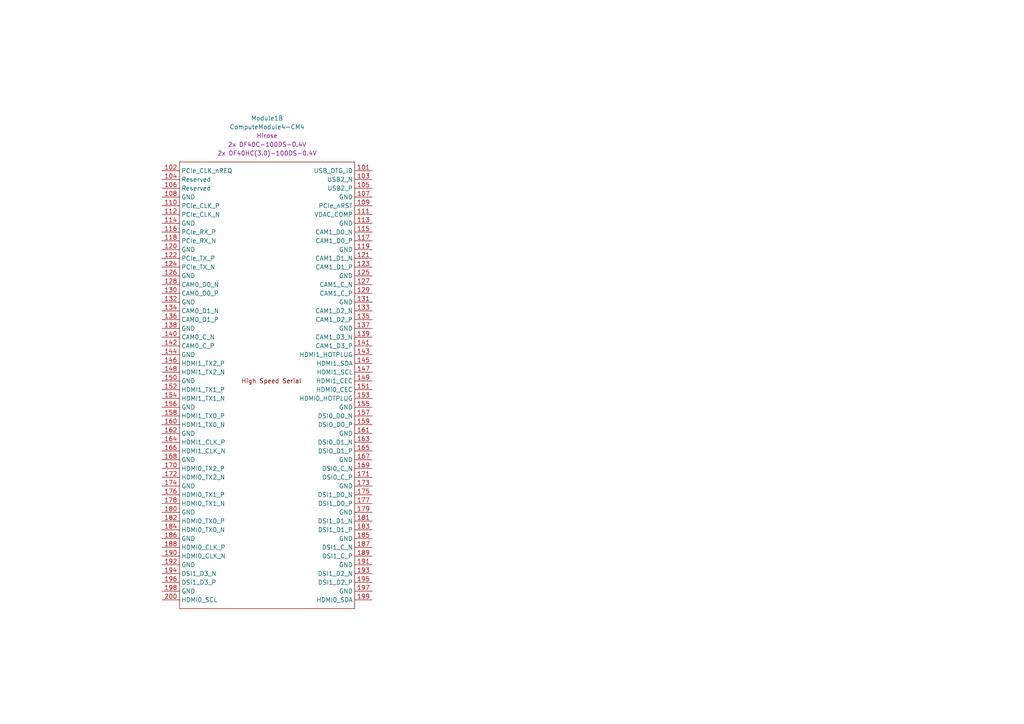
<source format=kicad_sch>
(kicad_sch
	(version 20231120)
	(generator "eeschema")
	(generator_version "8.0")
	(uuid "c8714b18-d77d-4489-8fc0-1632554a5995")
	(paper "A4")
	(title_block
		(title "SimplePLC")
		(date "2025-01-27")
		(rev "v1.0")
		(company "Szymon Wąchała")
	)
	(lib_symbols
		(symbol "CM4IO:ComputeModule4-CM4"
			(exclude_from_sim no)
			(in_bom yes)
			(on_board yes)
			(property "Reference" "Module"
				(at 113.03 -68.58 0)
				(effects
					(font
						(size 1.27 1.27)
					)
				)
			)
			(property "Value" "ComputeModule4-CM4"
				(at 140.97 2.54 0)
				(effects
					(font
						(size 1.27 1.27)
					)
				)
			)
			(property "Footprint" "CM4IO:Raspberry-Pi-4-Compute-Module"
				(at 142.24 -26.67 0)
				(effects
					(font
						(size 1.27 1.27)
					)
					(hide yes)
				)
			)
			(property "Datasheet" ""
				(at 142.24 -26.67 0)
				(effects
					(font
						(size 1.27 1.27)
					)
					(hide yes)
				)
			)
			(property "Description" ""
				(at 0 0 0)
				(effects
					(font
						(size 1.27 1.27)
					)
					(hide yes)
				)
			)
			(property "Manufacturer" "Hirose"
				(at 0 0 0)
				(effects
					(font
						(size 1.27 1.27)
					)
				)
			)
			(property "MPN" "2x DF40C-100DS-0.4V"
				(at 0 -2.54 0)
				(effects
					(font
						(size 1.27 1.27)
					)
				)
			)
			(property "Digi-Key_PN" "2x H11615CT-ND"
				(at 0 0 0)
				(effects
					(font
						(size 1.27 1.27)
					)
					(hide yes)
				)
			)
			(property "MPN (Alt)" "2x DF40HC(3.0)-100DS-0.4V"
				(at 0 0 0)
				(effects
					(font
						(size 1.27 1.27)
					)
				)
			)
			(property "Digi-Key_PN (Alt)" "2x H124602CT-ND"
				(at 0 0 0)
				(effects
					(font
						(size 1.27 1.27)
					)
					(hide yes)
				)
			)
			(symbol "ComputeModule4-CM4_1_0"
				(text "GPIO"
					(at 0 6.35 0)
					(effects
						(font
							(size 1.27 1.27)
						)
					)
				)
			)
			(symbol "ComputeModule4-CM4_1_1"
				(rectangle
					(start -30.48 -71.12)
					(end 25.4 58.42)
					(stroke
						(width 0)
						(type default)
					)
					(fill
						(type none)
					)
				)
				(text "600mA Max"
					(at -8.89 -53.34 0)
					(effects
						(font
							(size 1.27 1.27)
						)
					)
				)
				(text "600mA Max"
					(at -8.89 -48.26 0)
					(effects
						(font
							(size 1.27 1.27)
						)
					)
				)
				(text "NB SD signals are only available"
					(at -1.27 -27.94 0)
					(effects
						(font
							(size 1.27 1.27)
						)
					)
				)
				(text "on modules without eMMC"
					(at -1.27 -30.48 0)
					(effects
						(font
							(size 1.27 1.27)
						)
					)
				)
				(pin power_in line
					(at 27.94 55.88 180)
					(length 2.54)
					(name "GND"
						(effects
							(font
								(size 1.27 1.27)
							)
						)
					)
					(number "1"
						(effects
							(font
								(size 1.27 1.27)
							)
						)
					)
				)
				(pin passive line
					(at -33.02 45.72 0)
					(length 2.54)
					(name "Ethernet_Pair0_N"
						(effects
							(font
								(size 1.27 1.27)
							)
						)
					)
					(number "10"
						(effects
							(font
								(size 1.27 1.27)
							)
						)
					)
				)
				(pin output line
					(at -33.02 -68.58 0)
					(length 2.54)
					(name "nEXTRST"
						(effects
							(font
								(size 1.27 1.27)
							)
						)
					)
					(number "100"
						(effects
							(font
								(size 1.27 1.27)
							)
						)
					)
				)
				(pin passive line
					(at 27.94 43.18 180)
					(length 2.54)
					(name "Ethernet_Pair2_P"
						(effects
							(font
								(size 1.27 1.27)
							)
						)
					)
					(number "11"
						(effects
							(font
								(size 1.27 1.27)
							)
						)
					)
				)
				(pin passive line
					(at -33.02 43.18 0)
					(length 2.54)
					(name "Ethernet_Pair0_P"
						(effects
							(font
								(size 1.27 1.27)
							)
						)
					)
					(number "12"
						(effects
							(font
								(size 1.27 1.27)
							)
						)
					)
				)
				(pin power_in line
					(at 27.94 40.64 180)
					(length 2.54)
					(name "GND"
						(effects
							(font
								(size 1.27 1.27)
							)
						)
					)
					(number "13"
						(effects
							(font
								(size 1.27 1.27)
							)
						)
					)
				)
				(pin power_in line
					(at -33.02 40.64 0)
					(length 2.54)
					(name "GND"
						(effects
							(font
								(size 1.27 1.27)
							)
						)
					)
					(number "14"
						(effects
							(font
								(size 1.27 1.27)
							)
						)
					)
				)
				(pin output line
					(at 27.94 38.1 180)
					(length 2.54)
					(name "Ethernet_nLED3(3.3v)"
						(effects
							(font
								(size 1.27 1.27)
							)
						)
					)
					(number "15"
						(effects
							(font
								(size 1.27 1.27)
							)
						)
					)
				)
				(pin input line
					(at -33.02 38.1 0)
					(length 2.54)
					(name "Ethernet_SYNC_IN(1.8v)"
						(effects
							(font
								(size 1.27 1.27)
							)
						)
					)
					(number "16"
						(effects
							(font
								(size 1.27 1.27)
							)
						)
					)
				)
				(pin output line
					(at 27.94 35.56 180)
					(length 2.54)
					(name "Ethernet_nLED2(3.3v)"
						(effects
							(font
								(size 1.27 1.27)
							)
						)
					)
					(number "17"
						(effects
							(font
								(size 1.27 1.27)
							)
						)
					)
				)
				(pin input line
					(at -33.02 35.56 0)
					(length 2.54)
					(name "Ethernet_SYNC_OUT(1.8v)"
						(effects
							(font
								(size 1.27 1.27)
							)
						)
					)
					(number "18"
						(effects
							(font
								(size 1.27 1.27)
							)
						)
					)
				)
				(pin output line
					(at 27.94 33.02 180)
					(length 2.54)
					(name "Ethernet_nLED1(3.3v)"
						(effects
							(font
								(size 1.27 1.27)
							)
						)
					)
					(number "19"
						(effects
							(font
								(size 1.27 1.27)
							)
						)
					)
				)
				(pin power_in line
					(at -33.02 55.88 0)
					(length 2.54)
					(name "GND"
						(effects
							(font
								(size 1.27 1.27)
							)
						)
					)
					(number "2"
						(effects
							(font
								(size 1.27 1.27)
							)
						)
					)
				)
				(pin passive line
					(at -33.02 33.02 0)
					(length 2.54)
					(name "EEPROM_nWP"
						(effects
							(font
								(size 1.27 1.27)
							)
						)
					)
					(number "20"
						(effects
							(font
								(size 1.27 1.27)
							)
						)
					)
				)
				(pin open_collector line
					(at 27.94 30.48 180)
					(length 2.54)
					(name "PI_nLED_Activity"
						(effects
							(font
								(size 1.27 1.27)
							)
						)
					)
					(number "21"
						(effects
							(font
								(size 1.27 1.27)
							)
						)
					)
				)
				(pin power_in line
					(at -33.02 30.48 0)
					(length 2.54)
					(name "GND"
						(effects
							(font
								(size 1.27 1.27)
							)
						)
					)
					(number "22"
						(effects
							(font
								(size 1.27 1.27)
							)
						)
					)
				)
				(pin power_in line
					(at 27.94 27.94 180)
					(length 2.54)
					(name "GND"
						(effects
							(font
								(size 1.27 1.27)
							)
						)
					)
					(number "23"
						(effects
							(font
								(size 1.27 1.27)
							)
						)
					)
				)
				(pin passive line
					(at -33.02 27.94 0)
					(length 2.54)
					(name "GPIO26"
						(effects
							(font
								(size 1.27 1.27)
							)
						)
					)
					(number "24"
						(effects
							(font
								(size 1.27 1.27)
							)
						)
					)
				)
				(pin passive line
					(at 27.94 25.4 180)
					(length 2.54)
					(name "GPIO21"
						(effects
							(font
								(size 1.27 1.27)
							)
						)
					)
					(number "25"
						(effects
							(font
								(size 1.27 1.27)
							)
						)
					)
				)
				(pin passive line
					(at -33.02 25.4 0)
					(length 2.54)
					(name "GPIO19"
						(effects
							(font
								(size 1.27 1.27)
							)
						)
					)
					(number "26"
						(effects
							(font
								(size 1.27 1.27)
							)
						)
					)
				)
				(pin passive line
					(at 27.94 22.86 180)
					(length 2.54)
					(name "GPIO20"
						(effects
							(font
								(size 1.27 1.27)
							)
						)
					)
					(number "27"
						(effects
							(font
								(size 1.27 1.27)
							)
						)
					)
				)
				(pin passive line
					(at -33.02 22.86 0)
					(length 2.54)
					(name "GPIO13"
						(effects
							(font
								(size 1.27 1.27)
							)
						)
					)
					(number "28"
						(effects
							(font
								(size 1.27 1.27)
							)
						)
					)
				)
				(pin passive line
					(at 27.94 20.32 180)
					(length 2.54)
					(name "GPIO16"
						(effects
							(font
								(size 1.27 1.27)
							)
						)
					)
					(number "29"
						(effects
							(font
								(size 1.27 1.27)
							)
						)
					)
				)
				(pin passive line
					(at 27.94 53.34 180)
					(length 2.54)
					(name "Ethernet_Pair3_P"
						(effects
							(font
								(size 1.27 1.27)
							)
						)
					)
					(number "3"
						(effects
							(font
								(size 1.27 1.27)
							)
						)
					)
				)
				(pin passive line
					(at -33.02 20.32 0)
					(length 2.54)
					(name "GPIO6"
						(effects
							(font
								(size 1.27 1.27)
							)
						)
					)
					(number "30"
						(effects
							(font
								(size 1.27 1.27)
							)
						)
					)
				)
				(pin passive line
					(at 27.94 17.78 180)
					(length 2.54)
					(name "GPIO12"
						(effects
							(font
								(size 1.27 1.27)
							)
						)
					)
					(number "31"
						(effects
							(font
								(size 1.27 1.27)
							)
						)
					)
				)
				(pin power_in line
					(at -33.02 17.78 0)
					(length 2.54)
					(name "GND"
						(effects
							(font
								(size 1.27 1.27)
							)
						)
					)
					(number "32"
						(effects
							(font
								(size 1.27 1.27)
							)
						)
					)
				)
				(pin power_in line
					(at 27.94 15.24 180)
					(length 2.54)
					(name "GND"
						(effects
							(font
								(size 1.27 1.27)
							)
						)
					)
					(number "33"
						(effects
							(font
								(size 1.27 1.27)
							)
						)
					)
				)
				(pin passive line
					(at -33.02 15.24 0)
					(length 2.54)
					(name "GPIO5"
						(effects
							(font
								(size 1.27 1.27)
							)
						)
					)
					(number "34"
						(effects
							(font
								(size 1.27 1.27)
							)
						)
					)
				)
				(pin passive line
					(at 27.94 12.7 180)
					(length 2.54)
					(name "ID_SC"
						(effects
							(font
								(size 1.27 1.27)
							)
						)
					)
					(number "35"
						(effects
							(font
								(size 1.27 1.27)
							)
						)
					)
				)
				(pin passive line
					(at -33.02 12.7 0)
					(length 2.54)
					(name "ID_SD"
						(effects
							(font
								(size 1.27 1.27)
							)
						)
					)
					(number "36"
						(effects
							(font
								(size 1.27 1.27)
							)
						)
					)
				)
				(pin passive line
					(at 27.94 10.16 180)
					(length 2.54)
					(name "GPIO7"
						(effects
							(font
								(size 1.27 1.27)
							)
						)
					)
					(number "37"
						(effects
							(font
								(size 1.27 1.27)
							)
						)
					)
				)
				(pin passive line
					(at -33.02 10.16 0)
					(length 2.54)
					(name "GPIO11"
						(effects
							(font
								(size 1.27 1.27)
							)
						)
					)
					(number "38"
						(effects
							(font
								(size 1.27 1.27)
							)
						)
					)
				)
				(pin passive line
					(at 27.94 7.62 180)
					(length 2.54)
					(name "GPIO8"
						(effects
							(font
								(size 1.27 1.27)
							)
						)
					)
					(number "39"
						(effects
							(font
								(size 1.27 1.27)
							)
						)
					)
				)
				(pin passive line
					(at -33.02 53.34 0)
					(length 2.54)
					(name "Ethernet_Pair1_P"
						(effects
							(font
								(size 1.27 1.27)
							)
						)
					)
					(number "4"
						(effects
							(font
								(size 1.27 1.27)
							)
						)
					)
				)
				(pin passive line
					(at -33.02 7.62 0)
					(length 2.54)
					(name "GPIO9"
						(effects
							(font
								(size 1.27 1.27)
							)
						)
					)
					(number "40"
						(effects
							(font
								(size 1.27 1.27)
							)
						)
					)
				)
				(pin passive line
					(at 27.94 5.08 180)
					(length 2.54)
					(name "GPIO25"
						(effects
							(font
								(size 1.27 1.27)
							)
						)
					)
					(number "41"
						(effects
							(font
								(size 1.27 1.27)
							)
						)
					)
				)
				(pin power_in line
					(at -33.02 5.08 0)
					(length 2.54)
					(name "GND"
						(effects
							(font
								(size 1.27 1.27)
							)
						)
					)
					(number "42"
						(effects
							(font
								(size 1.27 1.27)
							)
						)
					)
				)
				(pin power_in line
					(at 27.94 2.54 180)
					(length 2.54)
					(name "GND"
						(effects
							(font
								(size 1.27 1.27)
							)
						)
					)
					(number "43"
						(effects
							(font
								(size 1.27 1.27)
							)
						)
					)
				)
				(pin passive line
					(at -33.02 2.54 0)
					(length 2.54)
					(name "GPIO10"
						(effects
							(font
								(size 1.27 1.27)
							)
						)
					)
					(number "44"
						(effects
							(font
								(size 1.27 1.27)
							)
						)
					)
				)
				(pin passive line
					(at 27.94 0 180)
					(length 2.54)
					(name "GPIO24"
						(effects
							(font
								(size 1.27 1.27)
							)
						)
					)
					(number "45"
						(effects
							(font
								(size 1.27 1.27)
							)
						)
					)
				)
				(pin passive line
					(at -33.02 0 0)
					(length 2.54)
					(name "GPIO22"
						(effects
							(font
								(size 1.27 1.27)
							)
						)
					)
					(number "46"
						(effects
							(font
								(size 1.27 1.27)
							)
						)
					)
				)
				(pin passive line
					(at 27.94 -2.54 180)
					(length 2.54)
					(name "GPIO23"
						(effects
							(font
								(size 1.27 1.27)
							)
						)
					)
					(number "47"
						(effects
							(font
								(size 1.27 1.27)
							)
						)
					)
				)
				(pin passive line
					(at -33.02 -2.54 0)
					(length 2.54)
					(name "GPIO27"
						(effects
							(font
								(size 1.27 1.27)
							)
						)
					)
					(number "48"
						(effects
							(font
								(size 1.27 1.27)
							)
						)
					)
				)
				(pin passive line
					(at 27.94 -5.08 180)
					(length 2.54)
					(name "GPIO18"
						(effects
							(font
								(size 1.27 1.27)
							)
						)
					)
					(number "49"
						(effects
							(font
								(size 1.27 1.27)
							)
						)
					)
				)
				(pin passive line
					(at 27.94 50.8 180)
					(length 2.54)
					(name "Ethernet_Pair3_N"
						(effects
							(font
								(size 1.27 1.27)
							)
						)
					)
					(number "5"
						(effects
							(font
								(size 1.27 1.27)
							)
						)
					)
				)
				(pin passive line
					(at -33.02 -5.08 0)
					(length 2.54)
					(name "GPIO17"
						(effects
							(font
								(size 1.27 1.27)
							)
						)
					)
					(number "50"
						(effects
							(font
								(size 1.27 1.27)
							)
						)
					)
				)
				(pin passive line
					(at 27.94 -7.62 180)
					(length 2.54)
					(name "GPIO15"
						(effects
							(font
								(size 1.27 1.27)
							)
						)
					)
					(number "51"
						(effects
							(font
								(size 1.27 1.27)
							)
						)
					)
				)
				(pin power_in line
					(at -33.02 -7.62 0)
					(length 2.54)
					(name "GND"
						(effects
							(font
								(size 1.27 1.27)
							)
						)
					)
					(number "52"
						(effects
							(font
								(size 1.27 1.27)
							)
						)
					)
				)
				(pin power_in line
					(at 27.94 -10.16 180)
					(length 2.54)
					(name "GND"
						(effects
							(font
								(size 1.27 1.27)
							)
						)
					)
					(number "53"
						(effects
							(font
								(size 1.27 1.27)
							)
						)
					)
				)
				(pin passive line
					(at -33.02 -10.16 0)
					(length 2.54)
					(name "GPIO4"
						(effects
							(font
								(size 1.27 1.27)
							)
						)
					)
					(number "54"
						(effects
							(font
								(size 1.27 1.27)
							)
						)
					)
				)
				(pin passive line
					(at 27.94 -12.7 180)
					(length 2.54)
					(name "GPIO14"
						(effects
							(font
								(size 1.27 1.27)
							)
						)
					)
					(number "55"
						(effects
							(font
								(size 1.27 1.27)
							)
						)
					)
				)
				(pin passive line
					(at -33.02 -12.7 0)
					(length 2.54)
					(name "GPIO3"
						(effects
							(font
								(size 1.27 1.27)
							)
						)
					)
					(number "56"
						(effects
							(font
								(size 1.27 1.27)
							)
						)
					)
				)
				(pin passive line
					(at 27.94 -15.24 180)
					(length 2.54)
					(name "SD_CLK"
						(effects
							(font
								(size 1.27 1.27)
							)
						)
					)
					(number "57"
						(effects
							(font
								(size 1.27 1.27)
							)
						)
					)
				)
				(pin passive line
					(at -33.02 -15.24 0)
					(length 2.54)
					(name "GPIO2"
						(effects
							(font
								(size 1.27 1.27)
							)
						)
					)
					(number "58"
						(effects
							(font
								(size 1.27 1.27)
							)
						)
					)
				)
				(pin power_in line
					(at 27.94 -17.78 180)
					(length 2.54)
					(name "GND"
						(effects
							(font
								(size 1.27 1.27)
							)
						)
					)
					(number "59"
						(effects
							(font
								(size 1.27 1.27)
							)
						)
					)
				)
				(pin passive line
					(at -33.02 50.8 0)
					(length 2.54)
					(name "Ethernet_Pair1_N"
						(effects
							(font
								(size 1.27 1.27)
							)
						)
					)
					(number "6"
						(effects
							(font
								(size 1.27 1.27)
							)
						)
					)
				)
				(pin power_in line
					(at -33.02 -17.78 0)
					(length 2.54)
					(name "GND"
						(effects
							(font
								(size 1.27 1.27)
							)
						)
					)
					(number "60"
						(effects
							(font
								(size 1.27 1.27)
							)
						)
					)
				)
				(pin passive line
					(at 27.94 -20.32 180)
					(length 2.54)
					(name "SD_DAT3"
						(effects
							(font
								(size 1.27 1.27)
							)
						)
					)
					(number "61"
						(effects
							(font
								(size 1.27 1.27)
							)
						)
					)
				)
				(pin passive line
					(at -33.02 -20.32 0)
					(length 2.54)
					(name "SD_CMD"
						(effects
							(font
								(size 1.27 1.27)
							)
						)
					)
					(number "62"
						(effects
							(font
								(size 1.27 1.27)
							)
						)
					)
				)
				(pin passive line
					(at 27.94 -22.86 180)
					(length 2.54)
					(name "SD_DAT0"
						(effects
							(font
								(size 1.27 1.27)
							)
						)
					)
					(number "63"
						(effects
							(font
								(size 1.27 1.27)
							)
						)
					)
				)
				(pin passive line
					(at -33.02 -22.86 0)
					(length 2.54)
					(name "SD_DAT5"
						(effects
							(font
								(size 1.27 1.27)
							)
						)
					)
					(number "64"
						(effects
							(font
								(size 1.27 1.27)
							)
						)
					)
				)
				(pin power_in line
					(at 27.94 -25.4 180)
					(length 2.54)
					(name "GND"
						(effects
							(font
								(size 1.27 1.27)
							)
						)
					)
					(number "65"
						(effects
							(font
								(size 1.27 1.27)
							)
						)
					)
				)
				(pin power_in line
					(at -33.02 -25.4 0)
					(length 2.54)
					(name "GND"
						(effects
							(font
								(size 1.27 1.27)
							)
						)
					)
					(number "66"
						(effects
							(font
								(size 1.27 1.27)
							)
						)
					)
				)
				(pin passive line
					(at 27.94 -27.94 180)
					(length 2.54)
					(name "SD_DAT1"
						(effects
							(font
								(size 1.27 1.27)
							)
						)
					)
					(number "67"
						(effects
							(font
								(size 1.27 1.27)
							)
						)
					)
				)
				(pin passive line
					(at -33.02 -27.94 0)
					(length 2.54)
					(name "SD_DAT4"
						(effects
							(font
								(size 1.27 1.27)
							)
						)
					)
					(number "68"
						(effects
							(font
								(size 1.27 1.27)
							)
						)
					)
				)
				(pin passive line
					(at 27.94 -30.48 180)
					(length 2.54)
					(name "SD_DAT2"
						(effects
							(font
								(size 1.27 1.27)
							)
						)
					)
					(number "69"
						(effects
							(font
								(size 1.27 1.27)
							)
						)
					)
				)
				(pin power_in line
					(at 27.94 48.26 180)
					(length 2.54)
					(name "GND"
						(effects
							(font
								(size 1.27 1.27)
							)
						)
					)
					(number "7"
						(effects
							(font
								(size 1.27 1.27)
							)
						)
					)
				)
				(pin passive line
					(at -33.02 -30.48 0)
					(length 2.54)
					(name "SD_DAT7"
						(effects
							(font
								(size 1.27 1.27)
							)
						)
					)
					(number "70"
						(effects
							(font
								(size 1.27 1.27)
							)
						)
					)
				)
				(pin power_in line
					(at 27.94 -33.02 180)
					(length 2.54)
					(name "GND"
						(effects
							(font
								(size 1.27 1.27)
							)
						)
					)
					(number "71"
						(effects
							(font
								(size 1.27 1.27)
							)
						)
					)
				)
				(pin passive line
					(at -33.02 -33.02 0)
					(length 2.54)
					(name "SD_DAT6"
						(effects
							(font
								(size 1.27 1.27)
							)
						)
					)
					(number "72"
						(effects
							(font
								(size 1.27 1.27)
							)
						)
					)
				)
				(pin input line
					(at 27.94 -35.56 180)
					(length 2.54)
					(name "SD_VDD_Override"
						(effects
							(font
								(size 1.27 1.27)
							)
						)
					)
					(number "73"
						(effects
							(font
								(size 1.27 1.27)
							)
						)
					)
				)
				(pin power_in line
					(at -33.02 -35.56 0)
					(length 2.54)
					(name "GND"
						(effects
							(font
								(size 1.27 1.27)
							)
						)
					)
					(number "74"
						(effects
							(font
								(size 1.27 1.27)
							)
						)
					)
				)
				(pin output line
					(at 27.94 -38.1 180)
					(length 2.54)
					(name "SD_PWR_ON"
						(effects
							(font
								(size 1.27 1.27)
							)
						)
					)
					(number "75"
						(effects
							(font
								(size 1.27 1.27)
							)
						)
					)
				)
				(pin passive line
					(at -33.02 -38.1 0)
					(length 2.54)
					(name "Reserved"
						(effects
							(font
								(size 1.27 1.27)
							)
						)
					)
					(number "76"
						(effects
							(font
								(size 1.27 1.27)
							)
						)
					)
				)
				(pin power_in line
					(at 27.94 -40.64 180)
					(length 2.54)
					(name "+5v_(Input)"
						(effects
							(font
								(size 1.27 1.27)
							)
						)
					)
					(number "77"
						(effects
							(font
								(size 1.27 1.27)
							)
						)
					)
				)
				(pin power_in line
					(at -33.02 -40.64 0)
					(length 2.54)
					(name "GPIO_VREF(1.8v/3.3v_Input)"
						(effects
							(font
								(size 1.27 1.27)
							)
						)
					)
					(number "78"
						(effects
							(font
								(size 1.27 1.27)
							)
						)
					)
				)
				(pin power_in line
					(at 27.94 -43.18 180)
					(length 2.54)
					(name "+5v_(Input)"
						(effects
							(font
								(size 1.27 1.27)
							)
						)
					)
					(number "79"
						(effects
							(font
								(size 1.27 1.27)
							)
						)
					)
				)
				(pin power_in line
					(at -33.02 48.26 0)
					(length 2.54)
					(name "GND"
						(effects
							(font
								(size 1.27 1.27)
							)
						)
					)
					(number "8"
						(effects
							(font
								(size 1.27 1.27)
							)
						)
					)
				)
				(pin passive line
					(at -33.02 -43.18 0)
					(length 2.54)
					(name "SCL0"
						(effects
							(font
								(size 1.27 1.27)
							)
						)
					)
					(number "80"
						(effects
							(font
								(size 1.27 1.27)
							)
						)
					)
				)
				(pin power_in line
					(at 27.94 -45.72 180)
					(length 2.54)
					(name "+5v_(Input)"
						(effects
							(font
								(size 1.27 1.27)
							)
						)
					)
					(number "81"
						(effects
							(font
								(size 1.27 1.27)
							)
						)
					)
				)
				(pin passive line
					(at -33.02 -45.72 0)
					(length 2.54)
					(name "SDA0"
						(effects
							(font
								(size 1.27 1.27)
							)
						)
					)
					(number "82"
						(effects
							(font
								(size 1.27 1.27)
							)
						)
					)
				)
				(pin power_in line
					(at 27.94 -48.26 180)
					(length 2.54)
					(name "+5v_(Input)"
						(effects
							(font
								(size 1.27 1.27)
							)
						)
					)
					(number "83"
						(effects
							(font
								(size 1.27 1.27)
							)
						)
					)
				)
				(pin power_out line
					(at -33.02 -48.26 0)
					(length 2.54)
					(name "+3.3v_(Output)"
						(effects
							(font
								(size 1.27 1.27)
							)
						)
					)
					(number "84"
						(effects
							(font
								(size 1.27 1.27)
							)
						)
					)
				)
				(pin power_in line
					(at 27.94 -50.8 180)
					(length 2.54)
					(name "+5v_(Input)"
						(effects
							(font
								(size 1.27 1.27)
							)
						)
					)
					(number "85"
						(effects
							(font
								(size 1.27 1.27)
							)
						)
					)
				)
				(pin power_out line
					(at -33.02 -50.8 0)
					(length 2.54)
					(name "+3.3v_(Output)"
						(effects
							(font
								(size 1.27 1.27)
							)
						)
					)
					(number "86"
						(effects
							(font
								(size 1.27 1.27)
							)
						)
					)
				)
				(pin power_in line
					(at 27.94 -53.34 180)
					(length 2.54)
					(name "+5v_(Input)"
						(effects
							(font
								(size 1.27 1.27)
							)
						)
					)
					(number "87"
						(effects
							(font
								(size 1.27 1.27)
							)
						)
					)
				)
				(pin power_out line
					(at -33.02 -53.34 0)
					(length 2.54)
					(name "+1.8v_(Output)"
						(effects
							(font
								(size 1.27 1.27)
							)
						)
					)
					(number "88"
						(effects
							(font
								(size 1.27 1.27)
							)
						)
					)
				)
				(pin power_in line
					(at 27.94 -55.88 180)
					(length 2.54)
					(name "WiFi_nDisable"
						(effects
							(font
								(size 1.27 1.27)
							)
						)
					)
					(number "89"
						(effects
							(font
								(size 1.27 1.27)
							)
						)
					)
				)
				(pin passive line
					(at 27.94 45.72 180)
					(length 2.54)
					(name "Ethernet_Pair2_N"
						(effects
							(font
								(size 1.27 1.27)
							)
						)
					)
					(number "9"
						(effects
							(font
								(size 1.27 1.27)
							)
						)
					)
				)
				(pin power_out line
					(at -33.02 -55.88 0)
					(length 2.54)
					(name "+1.8v_(Output)"
						(effects
							(font
								(size 1.27 1.27)
							)
						)
					)
					(number "90"
						(effects
							(font
								(size 1.27 1.27)
							)
						)
					)
				)
				(pin power_in line
					(at 27.94 -58.42 180)
					(length 2.54)
					(name "BT_nDisable"
						(effects
							(font
								(size 1.27 1.27)
							)
						)
					)
					(number "91"
						(effects
							(font
								(size 1.27 1.27)
							)
						)
					)
				)
				(pin passive line
					(at -33.02 -58.42 0)
					(length 2.54)
					(name "RUN_PG"
						(effects
							(font
								(size 1.27 1.27)
							)
						)
					)
					(number "92"
						(effects
							(font
								(size 1.27 1.27)
							)
						)
					)
				)
				(pin input line
					(at 27.94 -60.96 180)
					(length 2.54)
					(name "nRPIBOOT"
						(effects
							(font
								(size 1.27 1.27)
							)
						)
					)
					(number "93"
						(effects
							(font
								(size 1.27 1.27)
							)
						)
					)
				)
				(pin passive line
					(at -33.02 -60.96 0)
					(length 2.54)
					(name "AnalogIP0"
						(effects
							(font
								(size 1.27 1.27)
							)
						)
					)
					(number "94"
						(effects
							(font
								(size 1.27 1.27)
							)
						)
					)
				)
				(pin output line
					(at 27.94 -63.5 180)
					(length 2.54)
					(name "nPI_LED_PWR"
						(effects
							(font
								(size 1.27 1.27)
							)
						)
					)
					(number "95"
						(effects
							(font
								(size 1.27 1.27)
							)
						)
					)
				)
				(pin passive line
					(at -33.02 -63.5 0)
					(length 2.54)
					(name "AnalogIP1"
						(effects
							(font
								(size 1.27 1.27)
							)
						)
					)
					(number "96"
						(effects
							(font
								(size 1.27 1.27)
							)
						)
					)
				)
				(pin passive line
					(at 27.94 -66.04 180)
					(length 2.54)
					(name "Camera_GPIO"
						(effects
							(font
								(size 1.27 1.27)
							)
						)
					)
					(number "97"
						(effects
							(font
								(size 1.27 1.27)
							)
						)
					)
				)
				(pin power_in line
					(at -33.02 -66.04 0)
					(length 2.54)
					(name "GND"
						(effects
							(font
								(size 1.27 1.27)
							)
						)
					)
					(number "98"
						(effects
							(font
								(size 1.27 1.27)
							)
						)
					)
				)
				(pin input line
					(at 27.94 -68.58 180)
					(length 2.54)
					(name "Global_EN"
						(effects
							(font
								(size 1.27 1.27)
							)
						)
					)
					(number "99"
						(effects
							(font
								(size 1.27 1.27)
							)
						)
					)
				)
			)
			(symbol "ComputeModule4-CM4_2_1"
				(rectangle
					(start 114.3 -66.04)
					(end 165.1 63.5)
					(stroke
						(width 0)
						(type default)
					)
					(fill
						(type none)
					)
				)
				(text "High Speed Serial"
					(at 140.97 0 0)
					(effects
						(font
							(size 1.27 1.27)
						)
					)
				)
				(pin input line
					(at 170.18 60.96 180)
					(length 5.08)
					(name "USB_OTG_ID"
						(effects
							(font
								(size 1.27 1.27)
							)
						)
					)
					(number "101"
						(effects
							(font
								(size 1.27 1.27)
							)
						)
					)
				)
				(pin input line
					(at 109.22 60.96 0)
					(length 5.08)
					(name "PCIe_CLK_nREQ"
						(effects
							(font
								(size 1.27 1.27)
							)
						)
					)
					(number "102"
						(effects
							(font
								(size 1.27 1.27)
							)
						)
					)
				)
				(pin passive line
					(at 170.18 58.42 180)
					(length 5.08)
					(name "USB2_N"
						(effects
							(font
								(size 1.27 1.27)
							)
						)
					)
					(number "103"
						(effects
							(font
								(size 1.27 1.27)
							)
						)
					)
				)
				(pin passive line
					(at 109.22 58.42 0)
					(length 5.08)
					(name "Reserved"
						(effects
							(font
								(size 1.27 1.27)
							)
						)
					)
					(number "104"
						(effects
							(font
								(size 1.27 1.27)
							)
						)
					)
				)
				(pin passive line
					(at 170.18 55.88 180)
					(length 5.08)
					(name "USB2_P"
						(effects
							(font
								(size 1.27 1.27)
							)
						)
					)
					(number "105"
						(effects
							(font
								(size 1.27 1.27)
							)
						)
					)
				)
				(pin passive line
					(at 109.22 55.88 0)
					(length 5.08)
					(name "Reserved"
						(effects
							(font
								(size 1.27 1.27)
							)
						)
					)
					(number "106"
						(effects
							(font
								(size 1.27 1.27)
							)
						)
					)
				)
				(pin power_in line
					(at 170.18 53.34 180)
					(length 5.08)
					(name "GND"
						(effects
							(font
								(size 1.27 1.27)
							)
						)
					)
					(number "107"
						(effects
							(font
								(size 1.27 1.27)
							)
						)
					)
				)
				(pin power_in line
					(at 109.22 53.34 0)
					(length 5.08)
					(name "GND"
						(effects
							(font
								(size 1.27 1.27)
							)
						)
					)
					(number "108"
						(effects
							(font
								(size 1.27 1.27)
							)
						)
					)
				)
				(pin bidirectional line
					(at 170.18 50.8 180)
					(length 5.08)
					(name "PCIe_nRST"
						(effects
							(font
								(size 1.27 1.27)
							)
						)
					)
					(number "109"
						(effects
							(font
								(size 1.27 1.27)
							)
						)
					)
				)
				(pin output line
					(at 109.22 50.8 0)
					(length 5.08)
					(name "PCIe_CLK_P"
						(effects
							(font
								(size 1.27 1.27)
							)
						)
					)
					(number "110"
						(effects
							(font
								(size 1.27 1.27)
							)
						)
					)
				)
				(pin passive line
					(at 170.18 48.26 180)
					(length 5.08)
					(name "VDAC_COMP"
						(effects
							(font
								(size 1.27 1.27)
							)
						)
					)
					(number "111"
						(effects
							(font
								(size 1.27 1.27)
							)
						)
					)
				)
				(pin output line
					(at 109.22 48.26 0)
					(length 5.08)
					(name "PCIe_CLK_N"
						(effects
							(font
								(size 1.27 1.27)
							)
						)
					)
					(number "112"
						(effects
							(font
								(size 1.27 1.27)
							)
						)
					)
				)
				(pin power_in line
					(at 170.18 45.72 180)
					(length 5.08)
					(name "GND"
						(effects
							(font
								(size 1.27 1.27)
							)
						)
					)
					(number "113"
						(effects
							(font
								(size 1.27 1.27)
							)
						)
					)
				)
				(pin power_in line
					(at 109.22 45.72 0)
					(length 5.08)
					(name "GND"
						(effects
							(font
								(size 1.27 1.27)
							)
						)
					)
					(number "114"
						(effects
							(font
								(size 1.27 1.27)
							)
						)
					)
				)
				(pin input line
					(at 170.18 43.18 180)
					(length 5.08)
					(name "CAM1_D0_N"
						(effects
							(font
								(size 1.27 1.27)
							)
						)
					)
					(number "115"
						(effects
							(font
								(size 1.27 1.27)
							)
						)
					)
				)
				(pin input line
					(at 109.22 43.18 0)
					(length 5.08)
					(name "PCIe_RX_P"
						(effects
							(font
								(size 1.27 1.27)
							)
						)
					)
					(number "116"
						(effects
							(font
								(size 1.27 1.27)
							)
						)
					)
				)
				(pin input line
					(at 170.18 40.64 180)
					(length 5.08)
					(name "CAM1_D0_P"
						(effects
							(font
								(size 1.27 1.27)
							)
						)
					)
					(number "117"
						(effects
							(font
								(size 1.27 1.27)
							)
						)
					)
				)
				(pin input line
					(at 109.22 40.64 0)
					(length 5.08)
					(name "PCIe_RX_N"
						(effects
							(font
								(size 1.27 1.27)
							)
						)
					)
					(number "118"
						(effects
							(font
								(size 1.27 1.27)
							)
						)
					)
				)
				(pin power_in line
					(at 170.18 38.1 180)
					(length 5.08)
					(name "GND"
						(effects
							(font
								(size 1.27 1.27)
							)
						)
					)
					(number "119"
						(effects
							(font
								(size 1.27 1.27)
							)
						)
					)
				)
				(pin power_in line
					(at 109.22 38.1 0)
					(length 5.08)
					(name "GND"
						(effects
							(font
								(size 1.27 1.27)
							)
						)
					)
					(number "120"
						(effects
							(font
								(size 1.27 1.27)
							)
						)
					)
				)
				(pin input line
					(at 170.18 35.56 180)
					(length 5.08)
					(name "CAM1_D1_N"
						(effects
							(font
								(size 1.27 1.27)
							)
						)
					)
					(number "121"
						(effects
							(font
								(size 1.27 1.27)
							)
						)
					)
				)
				(pin output line
					(at 109.22 35.56 0)
					(length 5.08)
					(name "PCIe_TX_P"
						(effects
							(font
								(size 1.27 1.27)
							)
						)
					)
					(number "122"
						(effects
							(font
								(size 1.27 1.27)
							)
						)
					)
				)
				(pin input line
					(at 170.18 33.02 180)
					(length 5.08)
					(name "CAM1_D1_P"
						(effects
							(font
								(size 1.27 1.27)
							)
						)
					)
					(number "123"
						(effects
							(font
								(size 1.27 1.27)
							)
						)
					)
				)
				(pin output line
					(at 109.22 33.02 0)
					(length 5.08)
					(name "PCIe_TX_N"
						(effects
							(font
								(size 1.27 1.27)
							)
						)
					)
					(number "124"
						(effects
							(font
								(size 1.27 1.27)
							)
						)
					)
				)
				(pin power_in line
					(at 170.18 30.48 180)
					(length 5.08)
					(name "GND"
						(effects
							(font
								(size 1.27 1.27)
							)
						)
					)
					(number "125"
						(effects
							(font
								(size 1.27 1.27)
							)
						)
					)
				)
				(pin power_in line
					(at 109.22 30.48 0)
					(length 5.08)
					(name "GND"
						(effects
							(font
								(size 1.27 1.27)
							)
						)
					)
					(number "126"
						(effects
							(font
								(size 1.27 1.27)
							)
						)
					)
				)
				(pin input line
					(at 170.18 27.94 180)
					(length 5.08)
					(name "CAM1_C_N"
						(effects
							(font
								(size 1.27 1.27)
							)
						)
					)
					(number "127"
						(effects
							(font
								(size 1.27 1.27)
							)
						)
					)
				)
				(pin input line
					(at 109.22 27.94 0)
					(length 5.08)
					(name "CAM0_D0_N"
						(effects
							(font
								(size 1.27 1.27)
							)
						)
					)
					(number "128"
						(effects
							(font
								(size 1.27 1.27)
							)
						)
					)
				)
				(pin input line
					(at 170.18 25.4 180)
					(length 5.08)
					(name "CAM1_C_P"
						(effects
							(font
								(size 1.27 1.27)
							)
						)
					)
					(number "129"
						(effects
							(font
								(size 1.27 1.27)
							)
						)
					)
				)
				(pin input line
					(at 109.22 25.4 0)
					(length 5.08)
					(name "CAM0_D0_P"
						(effects
							(font
								(size 1.27 1.27)
							)
						)
					)
					(number "130"
						(effects
							(font
								(size 1.27 1.27)
							)
						)
					)
				)
				(pin power_in line
					(at 170.18 22.86 180)
					(length 5.08)
					(name "GND"
						(effects
							(font
								(size 1.27 1.27)
							)
						)
					)
					(number "131"
						(effects
							(font
								(size 1.27 1.27)
							)
						)
					)
				)
				(pin power_in line
					(at 109.22 22.86 0)
					(length 5.08)
					(name "GND"
						(effects
							(font
								(size 1.27 1.27)
							)
						)
					)
					(number "132"
						(effects
							(font
								(size 1.27 1.27)
							)
						)
					)
				)
				(pin input line
					(at 170.18 20.32 180)
					(length 5.08)
					(name "CAM1_D2_N"
						(effects
							(font
								(size 1.27 1.27)
							)
						)
					)
					(number "133"
						(effects
							(font
								(size 1.27 1.27)
							)
						)
					)
				)
				(pin input line
					(at 109.22 20.32 0)
					(length 5.08)
					(name "CAM0_D1_N"
						(effects
							(font
								(size 1.27 1.27)
							)
						)
					)
					(number "134"
						(effects
							(font
								(size 1.27 1.27)
							)
						)
					)
				)
				(pin input line
					(at 170.18 17.78 180)
					(length 5.08)
					(name "CAM1_D2_P"
						(effects
							(font
								(size 1.27 1.27)
							)
						)
					)
					(number "135"
						(effects
							(font
								(size 1.27 1.27)
							)
						)
					)
				)
				(pin input line
					(at 109.22 17.78 0)
					(length 5.08)
					(name "CAM0_D1_P"
						(effects
							(font
								(size 1.27 1.27)
							)
						)
					)
					(number "136"
						(effects
							(font
								(size 1.27 1.27)
							)
						)
					)
				)
				(pin power_in line
					(at 170.18 15.24 180)
					(length 5.08)
					(name "GND"
						(effects
							(font
								(size 1.27 1.27)
							)
						)
					)
					(number "137"
						(effects
							(font
								(size 1.27 1.27)
							)
						)
					)
				)
				(pin power_in line
					(at 109.22 15.24 0)
					(length 5.08)
					(name "GND"
						(effects
							(font
								(size 1.27 1.27)
							)
						)
					)
					(number "138"
						(effects
							(font
								(size 1.27 1.27)
							)
						)
					)
				)
				(pin input line
					(at 170.18 12.7 180)
					(length 5.08)
					(name "CAM1_D3_N"
						(effects
							(font
								(size 1.27 1.27)
							)
						)
					)
					(number "139"
						(effects
							(font
								(size 1.27 1.27)
							)
						)
					)
				)
				(pin input line
					(at 109.22 12.7 0)
					(length 5.08)
					(name "CAM0_C_N"
						(effects
							(font
								(size 1.27 1.27)
							)
						)
					)
					(number "140"
						(effects
							(font
								(size 1.27 1.27)
							)
						)
					)
				)
				(pin input line
					(at 170.18 10.16 180)
					(length 5.08)
					(name "CAM1_D3_P"
						(effects
							(font
								(size 1.27 1.27)
							)
						)
					)
					(number "141"
						(effects
							(font
								(size 1.27 1.27)
							)
						)
					)
				)
				(pin input line
					(at 109.22 10.16 0)
					(length 5.08)
					(name "CAM0_C_P"
						(effects
							(font
								(size 1.27 1.27)
							)
						)
					)
					(number "142"
						(effects
							(font
								(size 1.27 1.27)
							)
						)
					)
				)
				(pin input line
					(at 170.18 7.62 180)
					(length 5.08)
					(name "HDMI1_HOTPLUG"
						(effects
							(font
								(size 1.27 1.27)
							)
						)
					)
					(number "143"
						(effects
							(font
								(size 1.27 1.27)
							)
						)
					)
				)
				(pin power_in line
					(at 109.22 7.62 0)
					(length 5.08)
					(name "GND"
						(effects
							(font
								(size 1.27 1.27)
							)
						)
					)
					(number "144"
						(effects
							(font
								(size 1.27 1.27)
							)
						)
					)
				)
				(pin bidirectional line
					(at 170.18 5.08 180)
					(length 5.08)
					(name "HDMI1_SDA"
						(effects
							(font
								(size 1.27 1.27)
							)
						)
					)
					(number "145"
						(effects
							(font
								(size 1.27 1.27)
							)
						)
					)
				)
				(pin output line
					(at 109.22 5.08 0)
					(length 5.08)
					(name "HDMI1_TX2_P"
						(effects
							(font
								(size 1.27 1.27)
							)
						)
					)
					(number "146"
						(effects
							(font
								(size 1.27 1.27)
							)
						)
					)
				)
				(pin open_collector line
					(at 170.18 2.54 180)
					(length 5.08)
					(name "HDMI1_SCL"
						(effects
							(font
								(size 1.27 1.27)
							)
						)
					)
					(number "147"
						(effects
							(font
								(size 1.27 1.27)
							)
						)
					)
				)
				(pin output line
					(at 109.22 2.54 0)
					(length 5.08)
					(name "HDMI1_TX2_N"
						(effects
							(font
								(size 1.27 1.27)
							)
						)
					)
					(number "148"
						(effects
							(font
								(size 1.27 1.27)
							)
						)
					)
				)
				(pin open_collector line
					(at 170.18 0 180)
					(length 5.08)
					(name "HDMI1_CEC"
						(effects
							(font
								(size 1.27 1.27)
							)
						)
					)
					(number "149"
						(effects
							(font
								(size 1.27 1.27)
							)
						)
					)
				)
				(pin power_in line
					(at 109.22 0 0)
					(length 5.08)
					(name "GND"
						(effects
							(font
								(size 1.27 1.27)
							)
						)
					)
					(number "150"
						(effects
							(font
								(size 1.27 1.27)
							)
						)
					)
				)
				(pin open_collector line
					(at 170.18 -2.54 180)
					(length 5.08)
					(name "HDMI0_CEC"
						(effects
							(font
								(size 1.27 1.27)
							)
						)
					)
					(number "151"
						(effects
							(font
								(size 1.27 1.27)
							)
						)
					)
				)
				(pin output line
					(at 109.22 -2.54 0)
					(length 5.08)
					(name "HDMI1_TX1_P"
						(effects
							(font
								(size 1.27 1.27)
							)
						)
					)
					(number "152"
						(effects
							(font
								(size 1.27 1.27)
							)
						)
					)
				)
				(pin input line
					(at 170.18 -5.08 180)
					(length 5.08)
					(name "HDMI0_HOTPLUG"
						(effects
							(font
								(size 1.27 1.27)
							)
						)
					)
					(number "153"
						(effects
							(font
								(size 1.27 1.27)
							)
						)
					)
				)
				(pin output line
					(at 109.22 -5.08 0)
					(length 5.08)
					(name "HDMI1_TX1_N"
						(effects
							(font
								(size 1.27 1.27)
							)
						)
					)
					(number "154"
						(effects
							(font
								(size 1.27 1.27)
							)
						)
					)
				)
				(pin power_in line
					(at 170.18 -7.62 180)
					(length 5.08)
					(name "GND"
						(effects
							(font
								(size 1.27 1.27)
							)
						)
					)
					(number "155"
						(effects
							(font
								(size 1.27 1.27)
							)
						)
					)
				)
				(pin power_in line
					(at 109.22 -7.62 0)
					(length 5.08)
					(name "GND"
						(effects
							(font
								(size 1.27 1.27)
							)
						)
					)
					(number "156"
						(effects
							(font
								(size 1.27 1.27)
							)
						)
					)
				)
				(pin output line
					(at 170.18 -10.16 180)
					(length 5.08)
					(name "DSI0_D0_N"
						(effects
							(font
								(size 1.27 1.27)
							)
						)
					)
					(number "157"
						(effects
							(font
								(size 1.27 1.27)
							)
						)
					)
				)
				(pin output line
					(at 109.22 -10.16 0)
					(length 5.08)
					(name "HDMI1_TX0_P"
						(effects
							(font
								(size 1.27 1.27)
							)
						)
					)
					(number "158"
						(effects
							(font
								(size 1.27 1.27)
							)
						)
					)
				)
				(pin output line
					(at 170.18 -12.7 180)
					(length 5.08)
					(name "DSI0_D0_P"
						(effects
							(font
								(size 1.27 1.27)
							)
						)
					)
					(number "159"
						(effects
							(font
								(size 1.27 1.27)
							)
						)
					)
				)
				(pin output line
					(at 109.22 -12.7 0)
					(length 5.08)
					(name "HDMI1_TX0_N"
						(effects
							(font
								(size 1.27 1.27)
							)
						)
					)
					(number "160"
						(effects
							(font
								(size 1.27 1.27)
							)
						)
					)
				)
				(pin power_in line
					(at 170.18 -15.24 180)
					(length 5.08)
					(name "GND"
						(effects
							(font
								(size 1.27 1.27)
							)
						)
					)
					(number "161"
						(effects
							(font
								(size 1.27 1.27)
							)
						)
					)
				)
				(pin power_in line
					(at 109.22 -15.24 0)
					(length 5.08)
					(name "GND"
						(effects
							(font
								(size 1.27 1.27)
							)
						)
					)
					(number "162"
						(effects
							(font
								(size 1.27 1.27)
							)
						)
					)
				)
				(pin output line
					(at 170.18 -17.78 180)
					(length 5.08)
					(name "DSI0_D1_N"
						(effects
							(font
								(size 1.27 1.27)
							)
						)
					)
					(number "163"
						(effects
							(font
								(size 1.27 1.27)
							)
						)
					)
				)
				(pin output line
					(at 109.22 -17.78 0)
					(length 5.08)
					(name "HDMI1_CLK_P"
						(effects
							(font
								(size 1.27 1.27)
							)
						)
					)
					(number "164"
						(effects
							(font
								(size 1.27 1.27)
							)
						)
					)
				)
				(pin output line
					(at 170.18 -20.32 180)
					(length 5.08)
					(name "DSI0_D1_P"
						(effects
							(font
								(size 1.27 1.27)
							)
						)
					)
					(number "165"
						(effects
							(font
								(size 1.27 1.27)
							)
						)
					)
				)
				(pin output line
					(at 109.22 -20.32 0)
					(length 5.08)
					(name "HDMI1_CLK_N"
						(effects
							(font
								(size 1.27 1.27)
							)
						)
					)
					(number "166"
						(effects
							(font
								(size 1.27 1.27)
							)
						)
					)
				)
				(pin power_in line
					(at 170.18 -22.86 180)
					(length 5.08)
					(name "GND"
						(effects
							(font
								(size 1.27 1.27)
							)
						)
					)
					(number "167"
						(effects
							(font
								(size 1.27 1.27)
							)
						)
					)
				)
				(pin power_in line
					(at 109.22 -22.86 0)
					(length 5.08)
					(name "GND"
						(effects
							(font
								(size 1.27 1.27)
							)
						)
					)
					(number "168"
						(effects
							(font
								(size 1.27 1.27)
							)
						)
					)
				)
				(pin output line
					(at 170.18 -25.4 180)
					(length 5.08)
					(name "DSI0_C_N"
						(effects
							(font
								(size 1.27 1.27)
							)
						)
					)
					(number "169"
						(effects
							(font
								(size 1.27 1.27)
							)
						)
					)
				)
				(pin output line
					(at 109.22 -25.4 0)
					(length 5.08)
					(name "HDMI0_TX2_P"
						(effects
							(font
								(size 1.27 1.27)
							)
						)
					)
					(number "170"
						(effects
							(font
								(size 1.27 1.27)
							)
						)
					)
				)
				(pin output line
					(at 170.18 -27.94 180)
					(length 5.08)
					(name "DSI0_C_P"
						(effects
							(font
								(size 1.27 1.27)
							)
						)
					)
					(number "171"
						(effects
							(font
								(size 1.27 1.27)
							)
						)
					)
				)
				(pin output line
					(at 109.22 -27.94 0)
					(length 5.08)
					(name "HDMI0_TX2_N"
						(effects
							(font
								(size 1.27 1.27)
							)
						)
					)
					(number "172"
						(effects
							(font
								(size 1.27 1.27)
							)
						)
					)
				)
				(pin power_in line
					(at 170.18 -30.48 180)
					(length 5.08)
					(name "GND"
						(effects
							(font
								(size 1.27 1.27)
							)
						)
					)
					(number "173"
						(effects
							(font
								(size 1.27 1.27)
							)
						)
					)
				)
				(pin power_in line
					(at 109.22 -30.48 0)
					(length 5.08)
					(name "GND"
						(effects
							(font
								(size 1.27 1.27)
							)
						)
					)
					(number "174"
						(effects
							(font
								(size 1.27 1.27)
							)
						)
					)
				)
				(pin output line
					(at 170.18 -33.02 180)
					(length 5.08)
					(name "DSI1_D0_N"
						(effects
							(font
								(size 1.27 1.27)
							)
						)
					)
					(number "175"
						(effects
							(font
								(size 1.27 1.27)
							)
						)
					)
				)
				(pin output line
					(at 109.22 -33.02 0)
					(length 5.08)
					(name "HDMI0_TX1_P"
						(effects
							(font
								(size 1.27 1.27)
							)
						)
					)
					(number "176"
						(effects
							(font
								(size 1.27 1.27)
							)
						)
					)
				)
				(pin output line
					(at 170.18 -35.56 180)
					(length 5.08)
					(name "DSI1_D0_P"
						(effects
							(font
								(size 1.27 1.27)
							)
						)
					)
					(number "177"
						(effects
							(font
								(size 1.27 1.27)
							)
						)
					)
				)
				(pin output line
					(at 109.22 -35.56 0)
					(length 5.08)
					(name "HDMI0_TX1_N"
						(effects
							(font
								(size 1.27 1.27)
							)
						)
					)
					(number "178"
						(effects
							(font
								(size 1.27 1.27)
							)
						)
					)
				)
				(pin power_in line
					(at 170.18 -38.1 180)
					(length 5.08)
					(name "GND"
						(effects
							(font
								(size 1.27 1.27)
							)
						)
					)
					(number "179"
						(effects
							(font
								(size 1.27 1.27)
							)
						)
					)
				)
				(pin power_in line
					(at 109.22 -38.1 0)
					(length 5.08)
					(name "GND"
						(effects
							(font
								(size 1.27 1.27)
							)
						)
					)
					(number "180"
						(effects
							(font
								(size 1.27 1.27)
							)
						)
					)
				)
				(pin output line
					(at 170.18 -40.64 180)
					(length 5.08)
					(name "DSI1_D1_N"
						(effects
							(font
								(size 1.27 1.27)
							)
						)
					)
					(number "181"
						(effects
							(font
								(size 1.27 1.27)
							)
						)
					)
				)
				(pin output line
					(at 109.22 -40.64 0)
					(length 5.08)
					(name "HDMI0_TX0_P"
						(effects
							(font
								(size 1.27 1.27)
							)
						)
					)
					(number "182"
						(effects
							(font
								(size 1.27 1.27)
							)
						)
					)
				)
				(pin output line
					(at 170.18 -43.18 180)
					(length 5.08)
					(name "DSI1_D1_P"
						(effects
							(font
								(size 1.27 1.27)
							)
						)
					)
					(number "183"
						(effects
							(font
								(size 1.27 1.27)
							)
						)
					)
				)
				(pin output line
					(at 109.22 -43.18 0)
					(length 5.08)
					(name "HDMI0_TX0_N"
						(effects
							(font
								(size 1.27 1.27)
							)
						)
					)
					(number "184"
						(effects
							(font
								(size 1.27 1.27)
							)
						)
					)
				)
				(pin power_in line
					(at 170.18 -45.72 180)
					(length 5.08)
					(name "GND"
						(effects
							(font
								(size 1.27 1.27)
							)
						)
					)
					(number "185"
						(effects
							(font
								(size 1.27 1.27)
							)
						)
					)
				)
				(pin power_in line
					(at 109.22 -45.72 0)
					(length 5.08)
					(name "GND"
						(effects
							(font
								(size 1.27 1.27)
							)
						)
					)
					(number "186"
						(effects
							(font
								(size 1.27 1.27)
							)
						)
					)
				)
				(pin output line
					(at 170.18 -48.26 180)
					(length 5.08)
					(name "DSI1_C_N"
						(effects
							(font
								(size 1.27 1.27)
							)
						)
					)
					(number "187"
						(effects
							(font
								(size 1.27 1.27)
							)
						)
					)
				)
				(pin output line
					(at 109.22 -48.26 0)
					(length 5.08)
					(name "HDMI0_CLK_P"
						(effects
							(font
								(size 1.27 1.27)
							)
						)
					)
					(number "188"
						(effects
							(font
								(size 1.27 1.27)
							)
						)
					)
				)
				(pin output line
					(at 170.18 -50.8 180)
					(length 5.08)
					(name "DSI1_C_P"
						(effects
							(font
								(size 1.27 1.27)
							)
						)
					)
					(number "189"
						(effects
							(font
								(size 1.27 1.27)
							)
						)
					)
				)
				(pin output line
					(at 109.22 -50.8 0)
					(length 5.08)
					(name "HDMI0_CLK_N"
						(effects
							(font
								(size 1.27 1.27)
							)
						)
					)
					(number "190"
						(effects
							(font
								(size 1.27 1.27)
							)
						)
					)
				)
				(pin power_in line
					(at 170.18 -53.34 180)
					(length 5.08)
					(name "GND"
						(effects
							(font
								(size 1.27 1.27)
							)
						)
					)
					(number "191"
						(effects
							(font
								(size 1.27 1.27)
							)
						)
					)
				)
				(pin power_in line
					(at 109.22 -53.34 0)
					(length 5.08)
					(name "GND"
						(effects
							(font
								(size 1.27 1.27)
							)
						)
					)
					(number "192"
						(effects
							(font
								(size 1.27 1.27)
							)
						)
					)
				)
				(pin output line
					(at 170.18 -55.88 180)
					(length 5.08)
					(name "DSI1_D2_N"
						(effects
							(font
								(size 1.27 1.27)
							)
						)
					)
					(number "193"
						(effects
							(font
								(size 1.27 1.27)
							)
						)
					)
				)
				(pin output line
					(at 109.22 -55.88 0)
					(length 5.08)
					(name "DSI1_D3_N"
						(effects
							(font
								(size 1.27 1.27)
							)
						)
					)
					(number "194"
						(effects
							(font
								(size 1.27 1.27)
							)
						)
					)
				)
				(pin output line
					(at 170.18 -58.42 180)
					(length 5.08)
					(name "DSI1_D2_P"
						(effects
							(font
								(size 1.27 1.27)
							)
						)
					)
					(number "195"
						(effects
							(font
								(size 1.27 1.27)
							)
						)
					)
				)
				(pin output line
					(at 109.22 -58.42 0)
					(length 5.08)
					(name "DSI1_D3_P"
						(effects
							(font
								(size 1.27 1.27)
							)
						)
					)
					(number "196"
						(effects
							(font
								(size 1.27 1.27)
							)
						)
					)
				)
				(pin power_in line
					(at 170.18 -60.96 180)
					(length 5.08)
					(name "GND"
						(effects
							(font
								(size 1.27 1.27)
							)
						)
					)
					(number "197"
						(effects
							(font
								(size 1.27 1.27)
							)
						)
					)
				)
				(pin power_in line
					(at 109.22 -60.96 0)
					(length 5.08)
					(name "GND"
						(effects
							(font
								(size 1.27 1.27)
							)
						)
					)
					(number "198"
						(effects
							(font
								(size 1.27 1.27)
							)
						)
					)
				)
				(pin bidirectional line
					(at 170.18 -63.5 180)
					(length 5.08)
					(name "HDMI0_SDA"
						(effects
							(font
								(size 1.27 1.27)
							)
						)
					)
					(number "199"
						(effects
							(font
								(size 1.27 1.27)
							)
						)
					)
				)
				(pin open_collector line
					(at 109.22 -63.5 0)
					(length 5.08)
					(name "HDMI0_SCL"
						(effects
							(font
								(size 1.27 1.27)
							)
						)
					)
					(number "200"
						(effects
							(font
								(size 1.27 1.27)
							)
						)
					)
				)
			)
		)
	)
	(symbol
		(lib_id "CM4IO:ComputeModule4-CM4")
		(at -62.23 110.49 0)
		(unit 2)
		(exclude_from_sim no)
		(in_bom yes)
		(on_board yes)
		(dnp no)
		(fields_autoplaced yes)
		(uuid "de6b8b3d-af88-45b3-b021-b02bacb769b1")
		(property "Reference" "Module1"
			(at 77.47 34.29 0)
			(effects
				(font
					(size 1.27 1.27)
				)
			)
		)
		(property "Value" "ComputeModule4-CM4"
			(at 77.47 36.83 0)
			(effects
				(font
					(size 1.27 1.27)
				)
			)
		)
		(property "Footprint" "CM4IO:Raspberry-Pi-4-Compute-Module"
			(at 80.01 137.16 0)
			(effects
				(font
					(size 1.27 1.27)
				)
				(hide yes)
			)
		)
		(property "Datasheet" ""
			(at 80.01 137.16 0)
			(effects
				(font
					(size 1.27 1.27)
				)
				(hide yes)
			)
		)
		(property "Description" ""
			(at -62.23 110.49 0)
			(effects
				(font
					(size 1.27 1.27)
				)
				(hide yes)
			)
		)
		(property "Manufacturer" "Hirose"
			(at 77.47 39.37 0)
			(effects
				(font
					(size 1.27 1.27)
				)
			)
		)
		(property "MPN" "2x DF40C-100DS-0.4V"
			(at 77.47 41.91 0)
			(effects
				(font
					(size 1.27 1.27)
				)
			)
		)
		(property "Digi-Key_PN" "2x H11615CT-ND"
			(at -62.23 110.49 0)
			(effects
				(font
					(size 1.27 1.27)
				)
				(hide yes)
			)
		)
		(property "MPN (Alt)" "2x DF40HC(3.0)-100DS-0.4V"
			(at 77.47 44.45 0)
			(effects
				(font
					(size 1.27 1.27)
				)
			)
		)
		(property "Digi-Key_PN (Alt)" "2x H124602CT-ND"
			(at -62.23 110.49 0)
			(effects
				(font
					(size 1.27 1.27)
				)
				(hide yes)
			)
		)
		(pin "30"
			(uuid "4a3fe333-9e8a-40ff-9710-175dfd5703be")
		)
		(pin "13"
			(uuid "957785e8-d63c-46b5-96e9-920db3efd5cb")
		)
		(pin "32"
			(uuid "94c33438-2cd4-4dd2-bbd3-8bb9c1ca5f22")
		)
		(pin "24"
			(uuid "1fb6621d-c885-4a1b-a5c4-ebcdf541c14c")
		)
		(pin "48"
			(uuid "8e43307c-bd04-4d50-a179-912a94c8e0ca")
		)
		(pin "38"
			(uuid "42f31a48-ea3b-46b0-8ecf-7c0c6a1537f1")
		)
		(pin "26"
			(uuid "71aa3012-cdc0-4629-8656-7ce0ef2b3c36")
		)
		(pin "4"
			(uuid "7cdc0c0c-d655-4e32-81c0-72a049295719")
		)
		(pin "40"
			(uuid "a4c0beac-5125-4781-84b1-1b4e109a534f")
		)
		(pin "43"
			(uuid "de4d07ae-1004-445c-aab8-0ede165729e8")
		)
		(pin "14"
			(uuid "35671f19-f7b1-4c2e-84ac-0e6cebd16055")
		)
		(pin "25"
			(uuid "5d20b78c-d101-48ca-b928-ae373ccf6419")
		)
		(pin "28"
			(uuid "86cf4b21-e607-46bf-9d64-e3580cec63b2")
		)
		(pin "100"
			(uuid "23bf1bd4-2a0d-4803-bb5c-29bae1c97695")
		)
		(pin "2"
			(uuid "a7dbbefe-8926-402a-8900-f87ed8cade47")
		)
		(pin "27"
			(uuid "b8edadda-7f5a-4e7c-ad56-6d2d24ba9f35")
		)
		(pin "29"
			(uuid "cb93af8d-a874-4a38-92ab-17b73817baeb")
		)
		(pin "3"
			(uuid "b537d4e8-99ab-43f9-a32c-84337aee3e65")
		)
		(pin "22"
			(uuid "7ad5cfd3-800d-42b3-b989-e6a0218c6986")
		)
		(pin "31"
			(uuid "de4b8673-1413-4a41-89da-7e2b33420ee5")
		)
		(pin "1"
			(uuid "2b1a8f7f-a2bb-41e7-b7b2-cc6e8f206ba8")
		)
		(pin "33"
			(uuid "f672a83c-4b42-4246-8b92-7f686f51c41d")
		)
		(pin "20"
			(uuid "e5510b43-e2da-4ff7-8cdc-47417834c434")
		)
		(pin "18"
			(uuid "c38b8e7b-0233-41a9-898e-89127803e25f")
		)
		(pin "21"
			(uuid "b1d925d5-258d-47e3-b7f5-c547e30e843a")
		)
		(pin "36"
			(uuid "2b63defe-8c6e-450d-90e1-6925ff6907cf")
		)
		(pin "39"
			(uuid "bde83814-b204-476b-a15b-c5c57714eabf")
		)
		(pin "16"
			(uuid "ee9e66e6-920a-47d5-a840-2da048b05083")
		)
		(pin "17"
			(uuid "2738d467-55e3-4131-852d-85396821aed6")
		)
		(pin "15"
			(uuid "514100f9-6eb7-4450-8b09-a33678536d43")
		)
		(pin "10"
			(uuid "db92068d-b0c1-4c83-81a6-b00969e949f8")
		)
		(pin "11"
			(uuid "9b5bd75f-1488-459a-bcbe-c04c95e9ce49")
		)
		(pin "41"
			(uuid "d161cc7f-8c54-47bf-9658-e40de9ef5c95")
		)
		(pin "42"
			(uuid "aaf30baa-3138-469b-a575-daa7099f5071")
		)
		(pin "44"
			(uuid "f5e41de1-5180-4c74-9592-0c8d4cb33631")
		)
		(pin "37"
			(uuid "8dc8c319-89ad-458e-99e7-982596f3321e")
		)
		(pin "19"
			(uuid "9754827d-7eec-426c-b751-a8923243c554")
		)
		(pin "23"
			(uuid "17752ad7-fa35-4f20-b1e3-dc9a2f5cc67d")
		)
		(pin "34"
			(uuid "4de836aa-60f8-4910-b01b-b2adc585101c")
		)
		(pin "12"
			(uuid "ba0ebe8b-0bb7-4975-9e83-09464302d232")
		)
		(pin "35"
			(uuid "21fcb999-f063-4210-85bd-706c16e668f9")
		)
		(pin "56"
			(uuid "a9a1373d-3ea3-4302-859b-5f091c518610")
		)
		(pin "83"
			(uuid "e0acf259-0667-4d83-8566-0d3f9c542741")
		)
		(pin "105"
			(uuid "fe52d3f0-d8b7-45c5-b316-de53b735b291")
		)
		(pin "81"
			(uuid "f3d618bd-d51e-4ba1-a6f6-51f8784baac0")
		)
		(pin "54"
			(uuid "a6f4aade-0117-4467-a8bd-71dc670e14ee")
		)
		(pin "71"
			(uuid "037c319b-036b-49cc-bc60-89851a4caf7d")
		)
		(pin "52"
			(uuid "00aa4b76-9b4c-488a-a769-d216c04d5176")
		)
		(pin "46"
			(uuid "557bc722-ce18-4c74-88f3-296ad7b628f0")
		)
		(pin "58"
			(uuid "05493ecc-eae2-4961-bf9c-a603e743e0dd")
		)
		(pin "73"
			(uuid "b08a3e18-651e-4ff2-91ca-895783ee83c7")
		)
		(pin "76"
			(uuid "e77f72f7-4bf5-48e9-97be-89e3de541b4c")
		)
		(pin "79"
			(uuid "83d02f10-d997-4139-8d66-dd6f5b7f7db5")
		)
		(pin "68"
			(uuid "c19495de-c5e0-410f-a2d8-6e313f2658d7")
		)
		(pin "75"
			(uuid "2a62cd70-5a18-49d7-885c-eac62c1b9cca")
		)
		(pin "80"
			(uuid "ac9cd78b-ac3f-4d29-826c-16f067d59d9f")
		)
		(pin "61"
			(uuid "3e77d4a6-ef56-48f2-9be6-c455d4067a02")
		)
		(pin "89"
			(uuid "a1e566c6-3da3-4ab8-9e99-796d2748b636")
		)
		(pin "72"
			(uuid "79f9c4e1-e810-4b64-a7f7-be5e7fb8dbe2")
		)
		(pin "57"
			(uuid "b60a5090-09fc-4138-8875-d25925074d20")
		)
		(pin "59"
			(uuid "7c33a59e-8e43-4076-9159-0fe9ed10b89e")
		)
		(pin "60"
			(uuid "4cee7241-06f8-409a-9e0f-79563459a54f")
		)
		(pin "66"
			(uuid "7c06bd49-3fd0-483b-a8c3-499ab5bb7d6c")
		)
		(pin "47"
			(uuid "f6553892-6bb0-437c-bf5d-d4df77dc1a0d")
		)
		(pin "74"
			(uuid "dbd60ee7-0c9e-4a88-be01-47e426099fbd")
		)
		(pin "49"
			(uuid "500df84f-d11f-40bf-bd81-c119eb12737e")
		)
		(pin "78"
			(uuid "056f5c55-30a6-4bb9-8c4d-8dc32e68295d")
		)
		(pin "88"
			(uuid "fb18c280-ddda-4fc0-8c46-10ea2a6054a6")
		)
		(pin "7"
			(uuid "e126a88a-2da3-4086-aa94-ade58e80904a")
		)
		(pin "9"
			(uuid "c9cf6334-b803-473e-8f1c-95eb4fd6a32e")
		)
		(pin "5"
			(uuid "fe4aa9bc-a17b-47f7-8506-6f6ba7e82025")
		)
		(pin "93"
			(uuid "8f60bb82-1e9e-4cf8-a6f6-771238099ba5")
		)
		(pin "94"
			(uuid "0b65a345-2f02-4489-8fc7-6925159641c8")
		)
		(pin "51"
			(uuid "6c377ec3-7d6c-4cd0-9eb3-b82dad4ec485")
		)
		(pin "91"
			(uuid "ba81e6d4-2aa7-474e-9699-756378eeed6a")
		)
		(pin "95"
			(uuid "7ccc2391-2588-4414-b6cc-91804afe266b")
		)
		(pin "62"
			(uuid "312a3afb-18f8-45a9-8bb3-700dd688ac92")
		)
		(pin "55"
			(uuid "d65d264a-8999-4074-b1f3-b0e2c0641c24")
		)
		(pin "86"
			(uuid "97d3cc69-e960-4d7a-b366-e02d6bffba97")
		)
		(pin "92"
			(uuid "1679e0f6-20dd-4be9-a506-f64dd8fa2078")
		)
		(pin "90"
			(uuid "18207d6f-717a-43d0-9632-0cb067b9616f")
		)
		(pin "96"
			(uuid "aa6ae238-cc01-4d01-9a5c-ef09c9f93079")
		)
		(pin "63"
			(uuid "3d178634-fba6-417a-9166-b8f5af449342")
		)
		(pin "65"
			(uuid "ba4714fb-2c8f-4ca3-803c-6b0422ab9e7f")
		)
		(pin "67"
			(uuid "016eb83e-282e-4c3f-83dd-4700a6953d32")
		)
		(pin "69"
			(uuid "8504ceb2-325c-4f42-9bfa-b606f96d6c79")
		)
		(pin "87"
			(uuid "e8fe13b1-5636-41c9-9396-cab6f35bcad9")
		)
		(pin "97"
			(uuid "d24cd8ba-69e3-402e-be76-0a2de2ae4c5a")
		)
		(pin "84"
			(uuid "03566b14-49ed-42e8-8f9b-badafa279f2c")
		)
		(pin "101"
			(uuid "0001d511-a5c2-4cdb-bf02-9213e4519a30")
		)
		(pin "102"
			(uuid "9f76e197-0e01-4769-a722-c838319552a1")
		)
		(pin "64"
			(uuid "c9b3bab5-9525-4835-9bed-80c67b8ce559")
		)
		(pin "103"
			(uuid "0d2efb71-3b63-4f5d-9f9e-8f2af682be0e")
		)
		(pin "85"
			(uuid "8ebec322-1573-4e71-8fbf-a7c29fece92e")
		)
		(pin "50"
			(uuid "32ed5394-e968-4efc-a522-28e6f2c1b55b")
		)
		(pin "53"
			(uuid "88592f02-0567-46cc-bd3b-b02f8274a5ca")
		)
		(pin "82"
			(uuid "91d5c978-c396-4b02-af6c-717b02fb0e56")
		)
		(pin "98"
			(uuid "ae3ebd5b-a54b-48ec-aca7-e4fcfcb40a24")
		)
		(pin "70"
			(uuid "246849d4-6171-40b7-8df9-e32e15a85420")
		)
		(pin "99"
			(uuid "65845f84-0570-4d1d-8a5b-265303bd50d5")
		)
		(pin "45"
			(uuid "d8198574-a8cc-437d-8cf1-4d8c27c6a06c")
		)
		(pin "77"
			(uuid "18cd8862-adbb-4084-a129-0d9d7ab0a368")
		)
		(pin "8"
			(uuid "ddf9af58-5a2c-4af7-a060-c30cf9624a0c")
		)
		(pin "104"
			(uuid "1b695756-9a03-4673-8f2b-0c345f816317")
		)
		(pin "6"
			(uuid "98e6e66c-5b21-40f8-820f-e71a7eadeeca")
		)
		(pin "151"
			(uuid "ab2a5e9c-e635-45fb-b332-192eceb96205")
		)
		(pin "111"
			(uuid "6ef1cf64-4eba-47b2-ba4e-cd6b391d4f3a")
		)
		(pin "112"
			(uuid "87f728d2-790e-47e2-b3bb-2ef0bcfeff2f")
		)
		(pin "153"
			(uuid "b06385c4-9daa-4d78-8cd0-d79a82aaa8c3")
		)
		(pin "154"
			(uuid "242cf6ff-c268-48be-9546-4472c39e24cc")
		)
		(pin "155"
			(uuid "aa5ae148-a29a-4fdf-a27e-ae89437ebd96")
		)
		(pin "156"
			(uuid "469e0b93-e5a7-427a-b7c6-cb0d34841176")
		)
		(pin "142"
			(uuid "3e979d39-24e0-41d7-8810-b536d4f1a41c")
		)
		(pin "158"
			(uuid "e33072ff-70bd-4cc9-b00d-e0474f846402")
		)
		(pin "137"
			(uuid "86307445-2330-4ddd-916a-614b04c6066b")
		)
		(pin "110"
			(uuid "59c1aef8-6c96-4dff-8024-0ac293e2897c")
		)
		(pin "162"
			(uuid "2a8da11c-9225-4041-9c59-2f15906b6852")
		)
		(pin "163"
			(uuid "c8bd2870-e888-43f6-9874-ba3b6da54cf6")
		)
		(pin "148"
			(uuid "b39ada3f-6a34-4252-83a2-5d0f0717e1a5")
		)
		(pin "139"
			(uuid "35731d8f-73d0-445c-aeac-a9c4bf67f209")
		)
		(pin "152"
			(uuid "4cda2219-2eaf-4a10-b9b4-b8cfb7584f8b")
		)
		(pin "164"
			(uuid "29c928d0-5638-48b3-b2ca-8494f188d87a")
		)
		(pin "165"
			(uuid "d3037484-1c6d-41bd-a76c-3629d844328e")
		)
		(pin "166"
			(uuid "40599307-c45c-478a-963e-d7bdfb0a01d0")
		)
		(pin "167"
			(uuid "460f4819-b2bb-44f1-8d18-a0d56ecaae94")
		)
		(pin "149"
			(uuid "8c373350-b207-4471-9c59-59b0acc8763e")
		)
		(pin "106"
			(uuid "92fe2077-5e55-419b-b0f0-a0fbdc8524e4")
		)
		(pin "159"
			(uuid "34df2142-8e03-4a3a-b42c-f583fe24794e")
		)
		(pin "168"
			(uuid "534efecb-06ab-4379-8aff-9ab0a98abeb0")
		)
		(pin "131"
			(uuid "6c4063ae-abf5-441f-8f80-5206ad698380")
		)
		(pin "120"
			(uuid "c5c63ad5-7dbb-401d-bc19-b49c0ae89add")
		)
		(pin "169"
			(uuid "448bfee0-323c-43c7-9a28-972f182fd106")
		)
		(pin "119"
			(uuid "41f4980f-8f2b-42ea-b94a-469f43f75016")
		)
		(pin "140"
			(uuid "a3dd643e-cbb1-4052-a3ec-9e08be7b6650")
		)
		(pin "145"
			(uuid "6e368c88-b6f4-49ad-afff-101df678732b")
		)
		(pin "161"
			(uuid "3216310b-5065-488c-b228-554a16e95db0")
		)
		(pin "118"
			(uuid "712115da-67b9-4ae2-8526-0bb9e07e40b6")
		)
		(pin "115"
			(uuid "ba7af02f-dbe3-4a2d-8c2f-3a19595f2d51")
		)
		(pin "113"
			(uuid "870c2e9c-560e-4703-be04-936839d8581e")
		)
		(pin "122"
			(uuid "75c7eb66-c071-4b06-91b7-0a7cf2526f47")
		)
		(pin "126"
			(uuid "ceaa4f65-e32c-405b-8e7d-4b2f0324638c")
		)
		(pin "127"
			(uuid "0a514d69-85c1-4bcf-bc40-418d599b1eee")
		)
		(pin "124"
			(uuid "b8ddcf2e-3ad7-454d-b9fe-8fe5fecbca55")
		)
		(pin "150"
			(uuid "e338d160-bd42-48ab-9ff8-b4f7e832a26c")
		)
		(pin "134"
			(uuid "36f02ab3-a117-4316-a610-8a1225e6794f")
		)
		(pin "157"
			(uuid "3c33e5cb-d58c-4f04-9260-4f21e8f33282")
		)
		(pin "160"
			(uuid "ed2bdfbf-88fc-4c0e-9432-84c88c20b41b")
		)
		(pin "117"
			(uuid "adf6db8b-2b48-40e4-979e-f3b5b20f896e")
		)
		(pin "123"
			(uuid "b87d224c-325a-47bf-b757-33fb42781041")
		)
		(pin "129"
			(uuid "686862a8-41e8-4de2-986e-347f2f0c6e25")
		)
		(pin "108"
			(uuid "c615dadd-0765-4936-aeba-d9ad9bceb7a0")
		)
		(pin "109"
			(uuid "f83f0959-b1ab-410d-9638-618e6b60efef")
		)
		(pin "114"
			(uuid "6466c68f-9129-4e23-a81a-450c9853f90a")
		)
		(pin "116"
			(uuid "2c042b5b-b3a7-475a-8817-3ed4237cfe27")
		)
		(pin "121"
			(uuid "f08c0e72-02c8-4ef2-9225-2bc2339c8b40")
		)
		(pin "125"
			(uuid "c7c681fc-9038-4129-ad61-72fb3bf6488e")
		)
		(pin "130"
			(uuid "a44f4bb4-d400-49cf-be4b-d272fce8442f")
		)
		(pin "132"
			(uuid "c1903550-7561-4b55-ab0e-6b5e522eabd4")
		)
		(pin "133"
			(uuid "b79ab4d3-eeb2-4b38-a675-a9f0ca402255")
		)
		(pin "135"
			(uuid "bc2f3ed6-9242-44da-984c-2095d4dd457c")
		)
		(pin "138"
			(uuid "f265d85f-9780-4d37-93e3-d1e6d59453df")
		)
		(pin "107"
			(uuid "51781643-3196-4832-aa8d-acbf09c2e385")
		)
		(pin "141"
			(uuid "18cff686-c189-4cac-8580-eba301fe4bfa")
		)
		(pin "144"
			(uuid "368206e6-ee8d-471a-b374-1a8b7ecc76fa")
		)
		(pin "146"
			(uuid "cb474514-cd76-429d-888d-0743a3498f4b")
		)
		(pin "147"
			(uuid "2e83b359-4141-4b66-9196-9d55ceabdda8")
		)
		(pin "128"
			(uuid "572f12be-8338-47e2-845f-8ed97e16fc41")
		)
		(pin "136"
			(uuid "adaa45af-aaf1-4b59-a2a8-8472c85ce3c5")
		)
		(pin "143"
			(uuid "8e006c6d-4ff8-4b8b-92ed-586ff67bc6bd")
		)
		(pin "191"
			(uuid "ffa4705b-e21d-4b6b-ac6b-8d1f3318c927")
		)
		(pin "170"
			(uuid "708ea4c9-6468-43a4-a244-f1ab43169bb0")
		)
		(pin "173"
			(uuid "a7e05bfb-a4f5-4b9f-8252-1f2f3f0525d7")
		)
		(pin "193"
			(uuid "8730c695-3219-4fbc-a064-0aa8c289e5d4")
		)
		(pin "182"
			(uuid "cab1b126-acc3-492c-849f-9d9942b6824f")
		)
		(pin "195"
			(uuid "3b70ceee-82e4-4146-aebd-7875dd121557")
		)
		(pin "180"
			(uuid "6f48feb1-27fe-467d-b54a-60c564fdb4f2")
		)
		(pin "172"
			(uuid "4a83b755-fd52-44fa-9d58-be911d838f77")
		)
		(pin "177"
			(uuid "e4d623e3-257a-4f8d-b81e-72d48384e00e")
		)
		(pin "196"
			(uuid "d258773b-4dce-4ca6-b664-faf897479693")
		)
		(pin "192"
			(uuid "0a52f9cb-6a1b-41cc-9726-c92d631ffe98")
		)
		(pin "200"
			(uuid "4a9181f9-f118-4056-a3e5-8ea56dabf3bd")
		)
		(pin "183"
			(uuid "1d2d09a7-6e57-451f-a3e9-1297c6084cc8")
		)
		(pin "181"
			(uuid "a4e47941-43b7-4020-932d-140ece88aead")
		)
		(pin "171"
			(uuid "b5c6657f-4371-47a4-a857-1ede986ba146")
		)
		(pin "185"
			(uuid "d8aff7f8-4184-4f6c-b026-814c705aebfb")
		)
		(pin "175"
			(uuid "7732b53c-4354-4d5b-92e8-a93588b5e357")
		)
		(pin "176"
			(uuid "971a091b-72aa-4f93-9989-1bf71bdd8b34")
		)
		(pin "188"
			(uuid "7b4a7622-facf-4160-aa27-69cdd082087b")
		)
		(pin "199"
			(uuid "e109ddf7-b7be-4a01-9ea6-424c88dbc40b")
		)
		(pin "184"
			(uuid "16276633-474a-43ca-a2ad-ddbdcaaac682")
		)
		(pin "186"
			(uuid "fcce6cca-5770-447e-a97b-ebc5140968b6")
		)
		(pin "179"
			(uuid "3788a9d3-1c2d-4bab-b505-e50103eadc7d")
		)
		(pin "174"
			(uuid "b7e3b952-8d7f-4c1d-8b5e-c8088c55985f")
		)
		(pin "197"
			(uuid "19f5eff3-c9d7-47c6-8e60-3abb84002c48")
		)
		(pin "190"
			(uuid "9c3fcdb5-d233-4cd9-838f-b748d03d0f66")
		)
		(pin "187"
			(uuid "3f48e491-936f-4166-9665-9933726e73b7")
		)
		(pin "189"
			(uuid "96b1505b-e8ad-406b-8379-b343c65ad478")
		)
		(pin "194"
			(uuid "47e496ff-f5b6-46d8-b539-852ecda9ce79")
		)
		(pin "178"
			(uuid "d71a5aaf-a7ad-4313-80a3-12039c0c94b9")
		)
		(pin "198"
			(uuid "60213b34-db98-496c-98c0-03c8a6a428ad")
		)
		(instances
			(project "SimplePLC"
				(path "/4b468ead-584e-46d1-b772-383545ada818/776d2b50-a3c0-4566-8c15-dd8167f49c1c/1eb1294e-fe0f-40fc-8b60-84dee5383138"
					(reference "Module1")
					(unit 2)
				)
			)
		)
	)
)

</source>
